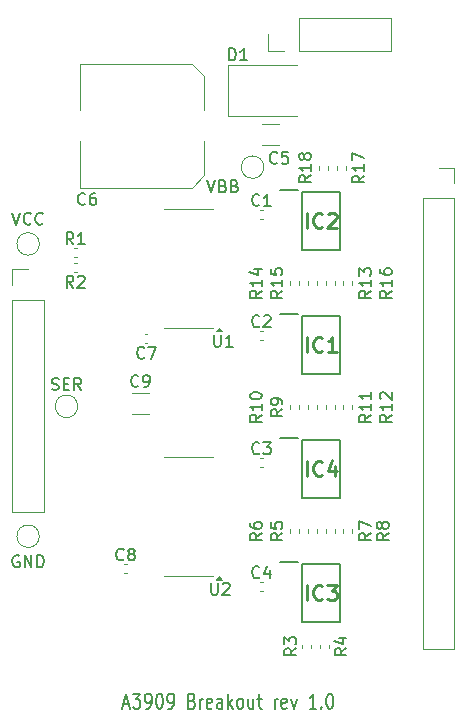
<source format=gto>
%TF.GenerationSoftware,KiCad,Pcbnew,9.0.6*%
%TF.CreationDate,2025-12-21T17:34:40-08:00*%
%TF.ProjectId,A3909 Prototyping,41333930-3920-4507-926f-746f74797069,rev?*%
%TF.SameCoordinates,Original*%
%TF.FileFunction,Legend,Top*%
%TF.FilePolarity,Positive*%
%FSLAX46Y46*%
G04 Gerber Fmt 4.6, Leading zero omitted, Abs format (unit mm)*
G04 Created by KiCad (PCBNEW 9.0.6) date 2025-12-21 17:34:40*
%MOMM*%
%LPD*%
G01*
G04 APERTURE LIST*
%ADD10C,0.200000*%
%ADD11C,0.150000*%
%ADD12C,0.254000*%
%ADD13C,0.120000*%
G04 APERTURE END LIST*
D10*
X43666667Y-35117219D02*
X44000000Y-36117219D01*
X44000000Y-36117219D02*
X44333333Y-35117219D01*
X45000000Y-35593409D02*
X45142857Y-35641028D01*
X45142857Y-35641028D02*
X45190476Y-35688647D01*
X45190476Y-35688647D02*
X45238095Y-35783885D01*
X45238095Y-35783885D02*
X45238095Y-35926742D01*
X45238095Y-35926742D02*
X45190476Y-36021980D01*
X45190476Y-36021980D02*
X45142857Y-36069600D01*
X45142857Y-36069600D02*
X45047619Y-36117219D01*
X45047619Y-36117219D02*
X44666667Y-36117219D01*
X44666667Y-36117219D02*
X44666667Y-35117219D01*
X44666667Y-35117219D02*
X45000000Y-35117219D01*
X45000000Y-35117219D02*
X45095238Y-35164838D01*
X45095238Y-35164838D02*
X45142857Y-35212457D01*
X45142857Y-35212457D02*
X45190476Y-35307695D01*
X45190476Y-35307695D02*
X45190476Y-35402933D01*
X45190476Y-35402933D02*
X45142857Y-35498171D01*
X45142857Y-35498171D02*
X45095238Y-35545790D01*
X45095238Y-35545790D02*
X45000000Y-35593409D01*
X45000000Y-35593409D02*
X44666667Y-35593409D01*
X46000000Y-35593409D02*
X46142857Y-35641028D01*
X46142857Y-35641028D02*
X46190476Y-35688647D01*
X46190476Y-35688647D02*
X46238095Y-35783885D01*
X46238095Y-35783885D02*
X46238095Y-35926742D01*
X46238095Y-35926742D02*
X46190476Y-36021980D01*
X46190476Y-36021980D02*
X46142857Y-36069600D01*
X46142857Y-36069600D02*
X46047619Y-36117219D01*
X46047619Y-36117219D02*
X45666667Y-36117219D01*
X45666667Y-36117219D02*
X45666667Y-35117219D01*
X45666667Y-35117219D02*
X46000000Y-35117219D01*
X46000000Y-35117219D02*
X46095238Y-35164838D01*
X46095238Y-35164838D02*
X46142857Y-35212457D01*
X46142857Y-35212457D02*
X46190476Y-35307695D01*
X46190476Y-35307695D02*
X46190476Y-35402933D01*
X46190476Y-35402933D02*
X46142857Y-35498171D01*
X46142857Y-35498171D02*
X46095238Y-35545790D01*
X46095238Y-35545790D02*
X46000000Y-35593409D01*
X46000000Y-35593409D02*
X45666667Y-35593409D01*
X27738095Y-66914838D02*
X27642857Y-66867219D01*
X27642857Y-66867219D02*
X27500000Y-66867219D01*
X27500000Y-66867219D02*
X27357143Y-66914838D01*
X27357143Y-66914838D02*
X27261905Y-67010076D01*
X27261905Y-67010076D02*
X27214286Y-67105314D01*
X27214286Y-67105314D02*
X27166667Y-67295790D01*
X27166667Y-67295790D02*
X27166667Y-67438647D01*
X27166667Y-67438647D02*
X27214286Y-67629123D01*
X27214286Y-67629123D02*
X27261905Y-67724361D01*
X27261905Y-67724361D02*
X27357143Y-67819600D01*
X27357143Y-67819600D02*
X27500000Y-67867219D01*
X27500000Y-67867219D02*
X27595238Y-67867219D01*
X27595238Y-67867219D02*
X27738095Y-67819600D01*
X27738095Y-67819600D02*
X27785714Y-67771980D01*
X27785714Y-67771980D02*
X27785714Y-67438647D01*
X27785714Y-67438647D02*
X27595238Y-67438647D01*
X28214286Y-67867219D02*
X28214286Y-66867219D01*
X28214286Y-66867219D02*
X28785714Y-67867219D01*
X28785714Y-67867219D02*
X28785714Y-66867219D01*
X29261905Y-67867219D02*
X29261905Y-66867219D01*
X29261905Y-66867219D02*
X29500000Y-66867219D01*
X29500000Y-66867219D02*
X29642857Y-66914838D01*
X29642857Y-66914838D02*
X29738095Y-67010076D01*
X29738095Y-67010076D02*
X29785714Y-67105314D01*
X29785714Y-67105314D02*
X29833333Y-67295790D01*
X29833333Y-67295790D02*
X29833333Y-67438647D01*
X29833333Y-67438647D02*
X29785714Y-67629123D01*
X29785714Y-67629123D02*
X29738095Y-67724361D01*
X29738095Y-67724361D02*
X29642857Y-67819600D01*
X29642857Y-67819600D02*
X29500000Y-67867219D01*
X29500000Y-67867219D02*
X29261905Y-67867219D01*
X30511905Y-52819600D02*
X30654762Y-52867219D01*
X30654762Y-52867219D02*
X30892857Y-52867219D01*
X30892857Y-52867219D02*
X30988095Y-52819600D01*
X30988095Y-52819600D02*
X31035714Y-52771980D01*
X31035714Y-52771980D02*
X31083333Y-52676742D01*
X31083333Y-52676742D02*
X31083333Y-52581504D01*
X31083333Y-52581504D02*
X31035714Y-52486266D01*
X31035714Y-52486266D02*
X30988095Y-52438647D01*
X30988095Y-52438647D02*
X30892857Y-52391028D01*
X30892857Y-52391028D02*
X30702381Y-52343409D01*
X30702381Y-52343409D02*
X30607143Y-52295790D01*
X30607143Y-52295790D02*
X30559524Y-52248171D01*
X30559524Y-52248171D02*
X30511905Y-52152933D01*
X30511905Y-52152933D02*
X30511905Y-52057695D01*
X30511905Y-52057695D02*
X30559524Y-51962457D01*
X30559524Y-51962457D02*
X30607143Y-51914838D01*
X30607143Y-51914838D02*
X30702381Y-51867219D01*
X30702381Y-51867219D02*
X30940476Y-51867219D01*
X30940476Y-51867219D02*
X31083333Y-51914838D01*
X31511905Y-52343409D02*
X31845238Y-52343409D01*
X31988095Y-52867219D02*
X31511905Y-52867219D01*
X31511905Y-52867219D02*
X31511905Y-51867219D01*
X31511905Y-51867219D02*
X31988095Y-51867219D01*
X32988095Y-52867219D02*
X32654762Y-52391028D01*
X32416667Y-52867219D02*
X32416667Y-51867219D01*
X32416667Y-51867219D02*
X32797619Y-51867219D01*
X32797619Y-51867219D02*
X32892857Y-51914838D01*
X32892857Y-51914838D02*
X32940476Y-51962457D01*
X32940476Y-51962457D02*
X32988095Y-52057695D01*
X32988095Y-52057695D02*
X32988095Y-52200552D01*
X32988095Y-52200552D02*
X32940476Y-52295790D01*
X32940476Y-52295790D02*
X32892857Y-52343409D01*
X32892857Y-52343409D02*
X32797619Y-52391028D01*
X32797619Y-52391028D02*
X32416667Y-52391028D01*
X27166667Y-37867219D02*
X27500000Y-38867219D01*
X27500000Y-38867219D02*
X27833333Y-37867219D01*
X28738095Y-38771980D02*
X28690476Y-38819600D01*
X28690476Y-38819600D02*
X28547619Y-38867219D01*
X28547619Y-38867219D02*
X28452381Y-38867219D01*
X28452381Y-38867219D02*
X28309524Y-38819600D01*
X28309524Y-38819600D02*
X28214286Y-38724361D01*
X28214286Y-38724361D02*
X28166667Y-38629123D01*
X28166667Y-38629123D02*
X28119048Y-38438647D01*
X28119048Y-38438647D02*
X28119048Y-38295790D01*
X28119048Y-38295790D02*
X28166667Y-38105314D01*
X28166667Y-38105314D02*
X28214286Y-38010076D01*
X28214286Y-38010076D02*
X28309524Y-37914838D01*
X28309524Y-37914838D02*
X28452381Y-37867219D01*
X28452381Y-37867219D02*
X28547619Y-37867219D01*
X28547619Y-37867219D02*
X28690476Y-37914838D01*
X28690476Y-37914838D02*
X28738095Y-37962457D01*
X29738095Y-38771980D02*
X29690476Y-38819600D01*
X29690476Y-38819600D02*
X29547619Y-38867219D01*
X29547619Y-38867219D02*
X29452381Y-38867219D01*
X29452381Y-38867219D02*
X29309524Y-38819600D01*
X29309524Y-38819600D02*
X29214286Y-38724361D01*
X29214286Y-38724361D02*
X29166667Y-38629123D01*
X29166667Y-38629123D02*
X29119048Y-38438647D01*
X29119048Y-38438647D02*
X29119048Y-38295790D01*
X29119048Y-38295790D02*
X29166667Y-38105314D01*
X29166667Y-38105314D02*
X29214286Y-38010076D01*
X29214286Y-38010076D02*
X29309524Y-37914838D01*
X29309524Y-37914838D02*
X29452381Y-37867219D01*
X29452381Y-37867219D02*
X29547619Y-37867219D01*
X29547619Y-37867219D02*
X29690476Y-37914838D01*
X29690476Y-37914838D02*
X29738095Y-37962457D01*
X36572054Y-79479480D02*
X37048244Y-79479480D01*
X36476816Y-79836623D02*
X36810149Y-78586623D01*
X36810149Y-78586623D02*
X37143482Y-79836623D01*
X37381578Y-78586623D02*
X38000625Y-78586623D01*
X38000625Y-78586623D02*
X37667292Y-79062814D01*
X37667292Y-79062814D02*
X37810149Y-79062814D01*
X37810149Y-79062814D02*
X37905387Y-79122338D01*
X37905387Y-79122338D02*
X37953006Y-79181861D01*
X37953006Y-79181861D02*
X38000625Y-79300909D01*
X38000625Y-79300909D02*
X38000625Y-79598528D01*
X38000625Y-79598528D02*
X37953006Y-79717576D01*
X37953006Y-79717576D02*
X37905387Y-79777100D01*
X37905387Y-79777100D02*
X37810149Y-79836623D01*
X37810149Y-79836623D02*
X37524435Y-79836623D01*
X37524435Y-79836623D02*
X37429197Y-79777100D01*
X37429197Y-79777100D02*
X37381578Y-79717576D01*
X38476816Y-79836623D02*
X38667292Y-79836623D01*
X38667292Y-79836623D02*
X38762530Y-79777100D01*
X38762530Y-79777100D02*
X38810149Y-79717576D01*
X38810149Y-79717576D02*
X38905387Y-79539004D01*
X38905387Y-79539004D02*
X38953006Y-79300909D01*
X38953006Y-79300909D02*
X38953006Y-78824719D01*
X38953006Y-78824719D02*
X38905387Y-78705671D01*
X38905387Y-78705671D02*
X38857768Y-78646147D01*
X38857768Y-78646147D02*
X38762530Y-78586623D01*
X38762530Y-78586623D02*
X38572054Y-78586623D01*
X38572054Y-78586623D02*
X38476816Y-78646147D01*
X38476816Y-78646147D02*
X38429197Y-78705671D01*
X38429197Y-78705671D02*
X38381578Y-78824719D01*
X38381578Y-78824719D02*
X38381578Y-79122338D01*
X38381578Y-79122338D02*
X38429197Y-79241385D01*
X38429197Y-79241385D02*
X38476816Y-79300909D01*
X38476816Y-79300909D02*
X38572054Y-79360433D01*
X38572054Y-79360433D02*
X38762530Y-79360433D01*
X38762530Y-79360433D02*
X38857768Y-79300909D01*
X38857768Y-79300909D02*
X38905387Y-79241385D01*
X38905387Y-79241385D02*
X38953006Y-79122338D01*
X39572054Y-78586623D02*
X39667292Y-78586623D01*
X39667292Y-78586623D02*
X39762530Y-78646147D01*
X39762530Y-78646147D02*
X39810149Y-78705671D01*
X39810149Y-78705671D02*
X39857768Y-78824719D01*
X39857768Y-78824719D02*
X39905387Y-79062814D01*
X39905387Y-79062814D02*
X39905387Y-79360433D01*
X39905387Y-79360433D02*
X39857768Y-79598528D01*
X39857768Y-79598528D02*
X39810149Y-79717576D01*
X39810149Y-79717576D02*
X39762530Y-79777100D01*
X39762530Y-79777100D02*
X39667292Y-79836623D01*
X39667292Y-79836623D02*
X39572054Y-79836623D01*
X39572054Y-79836623D02*
X39476816Y-79777100D01*
X39476816Y-79777100D02*
X39429197Y-79717576D01*
X39429197Y-79717576D02*
X39381578Y-79598528D01*
X39381578Y-79598528D02*
X39333959Y-79360433D01*
X39333959Y-79360433D02*
X39333959Y-79062814D01*
X39333959Y-79062814D02*
X39381578Y-78824719D01*
X39381578Y-78824719D02*
X39429197Y-78705671D01*
X39429197Y-78705671D02*
X39476816Y-78646147D01*
X39476816Y-78646147D02*
X39572054Y-78586623D01*
X40381578Y-79836623D02*
X40572054Y-79836623D01*
X40572054Y-79836623D02*
X40667292Y-79777100D01*
X40667292Y-79777100D02*
X40714911Y-79717576D01*
X40714911Y-79717576D02*
X40810149Y-79539004D01*
X40810149Y-79539004D02*
X40857768Y-79300909D01*
X40857768Y-79300909D02*
X40857768Y-78824719D01*
X40857768Y-78824719D02*
X40810149Y-78705671D01*
X40810149Y-78705671D02*
X40762530Y-78646147D01*
X40762530Y-78646147D02*
X40667292Y-78586623D01*
X40667292Y-78586623D02*
X40476816Y-78586623D01*
X40476816Y-78586623D02*
X40381578Y-78646147D01*
X40381578Y-78646147D02*
X40333959Y-78705671D01*
X40333959Y-78705671D02*
X40286340Y-78824719D01*
X40286340Y-78824719D02*
X40286340Y-79122338D01*
X40286340Y-79122338D02*
X40333959Y-79241385D01*
X40333959Y-79241385D02*
X40381578Y-79300909D01*
X40381578Y-79300909D02*
X40476816Y-79360433D01*
X40476816Y-79360433D02*
X40667292Y-79360433D01*
X40667292Y-79360433D02*
X40762530Y-79300909D01*
X40762530Y-79300909D02*
X40810149Y-79241385D01*
X40810149Y-79241385D02*
X40857768Y-79122338D01*
X42381578Y-79181861D02*
X42524435Y-79241385D01*
X42524435Y-79241385D02*
X42572054Y-79300909D01*
X42572054Y-79300909D02*
X42619673Y-79419957D01*
X42619673Y-79419957D02*
X42619673Y-79598528D01*
X42619673Y-79598528D02*
X42572054Y-79717576D01*
X42572054Y-79717576D02*
X42524435Y-79777100D01*
X42524435Y-79777100D02*
X42429197Y-79836623D01*
X42429197Y-79836623D02*
X42048245Y-79836623D01*
X42048245Y-79836623D02*
X42048245Y-78586623D01*
X42048245Y-78586623D02*
X42381578Y-78586623D01*
X42381578Y-78586623D02*
X42476816Y-78646147D01*
X42476816Y-78646147D02*
X42524435Y-78705671D01*
X42524435Y-78705671D02*
X42572054Y-78824719D01*
X42572054Y-78824719D02*
X42572054Y-78943766D01*
X42572054Y-78943766D02*
X42524435Y-79062814D01*
X42524435Y-79062814D02*
X42476816Y-79122338D01*
X42476816Y-79122338D02*
X42381578Y-79181861D01*
X42381578Y-79181861D02*
X42048245Y-79181861D01*
X43048245Y-79836623D02*
X43048245Y-79003290D01*
X43048245Y-79241385D02*
X43095864Y-79122338D01*
X43095864Y-79122338D02*
X43143483Y-79062814D01*
X43143483Y-79062814D02*
X43238721Y-79003290D01*
X43238721Y-79003290D02*
X43333959Y-79003290D01*
X44048245Y-79777100D02*
X43953007Y-79836623D01*
X43953007Y-79836623D02*
X43762531Y-79836623D01*
X43762531Y-79836623D02*
X43667293Y-79777100D01*
X43667293Y-79777100D02*
X43619674Y-79658052D01*
X43619674Y-79658052D02*
X43619674Y-79181861D01*
X43619674Y-79181861D02*
X43667293Y-79062814D01*
X43667293Y-79062814D02*
X43762531Y-79003290D01*
X43762531Y-79003290D02*
X43953007Y-79003290D01*
X43953007Y-79003290D02*
X44048245Y-79062814D01*
X44048245Y-79062814D02*
X44095864Y-79181861D01*
X44095864Y-79181861D02*
X44095864Y-79300909D01*
X44095864Y-79300909D02*
X43619674Y-79419957D01*
X44953007Y-79836623D02*
X44953007Y-79181861D01*
X44953007Y-79181861D02*
X44905388Y-79062814D01*
X44905388Y-79062814D02*
X44810150Y-79003290D01*
X44810150Y-79003290D02*
X44619674Y-79003290D01*
X44619674Y-79003290D02*
X44524436Y-79062814D01*
X44953007Y-79777100D02*
X44857769Y-79836623D01*
X44857769Y-79836623D02*
X44619674Y-79836623D01*
X44619674Y-79836623D02*
X44524436Y-79777100D01*
X44524436Y-79777100D02*
X44476817Y-79658052D01*
X44476817Y-79658052D02*
X44476817Y-79539004D01*
X44476817Y-79539004D02*
X44524436Y-79419957D01*
X44524436Y-79419957D02*
X44619674Y-79360433D01*
X44619674Y-79360433D02*
X44857769Y-79360433D01*
X44857769Y-79360433D02*
X44953007Y-79300909D01*
X45429198Y-79836623D02*
X45429198Y-78586623D01*
X45524436Y-79360433D02*
X45810150Y-79836623D01*
X45810150Y-79003290D02*
X45429198Y-79479480D01*
X46381579Y-79836623D02*
X46286341Y-79777100D01*
X46286341Y-79777100D02*
X46238722Y-79717576D01*
X46238722Y-79717576D02*
X46191103Y-79598528D01*
X46191103Y-79598528D02*
X46191103Y-79241385D01*
X46191103Y-79241385D02*
X46238722Y-79122338D01*
X46238722Y-79122338D02*
X46286341Y-79062814D01*
X46286341Y-79062814D02*
X46381579Y-79003290D01*
X46381579Y-79003290D02*
X46524436Y-79003290D01*
X46524436Y-79003290D02*
X46619674Y-79062814D01*
X46619674Y-79062814D02*
X46667293Y-79122338D01*
X46667293Y-79122338D02*
X46714912Y-79241385D01*
X46714912Y-79241385D02*
X46714912Y-79598528D01*
X46714912Y-79598528D02*
X46667293Y-79717576D01*
X46667293Y-79717576D02*
X46619674Y-79777100D01*
X46619674Y-79777100D02*
X46524436Y-79836623D01*
X46524436Y-79836623D02*
X46381579Y-79836623D01*
X47572055Y-79003290D02*
X47572055Y-79836623D01*
X47143484Y-79003290D02*
X47143484Y-79658052D01*
X47143484Y-79658052D02*
X47191103Y-79777100D01*
X47191103Y-79777100D02*
X47286341Y-79836623D01*
X47286341Y-79836623D02*
X47429198Y-79836623D01*
X47429198Y-79836623D02*
X47524436Y-79777100D01*
X47524436Y-79777100D02*
X47572055Y-79717576D01*
X47905389Y-79003290D02*
X48286341Y-79003290D01*
X48048246Y-78586623D02*
X48048246Y-79658052D01*
X48048246Y-79658052D02*
X48095865Y-79777100D01*
X48095865Y-79777100D02*
X48191103Y-79836623D01*
X48191103Y-79836623D02*
X48286341Y-79836623D01*
X49381580Y-79836623D02*
X49381580Y-79003290D01*
X49381580Y-79241385D02*
X49429199Y-79122338D01*
X49429199Y-79122338D02*
X49476818Y-79062814D01*
X49476818Y-79062814D02*
X49572056Y-79003290D01*
X49572056Y-79003290D02*
X49667294Y-79003290D01*
X50381580Y-79777100D02*
X50286342Y-79836623D01*
X50286342Y-79836623D02*
X50095866Y-79836623D01*
X50095866Y-79836623D02*
X50000628Y-79777100D01*
X50000628Y-79777100D02*
X49953009Y-79658052D01*
X49953009Y-79658052D02*
X49953009Y-79181861D01*
X49953009Y-79181861D02*
X50000628Y-79062814D01*
X50000628Y-79062814D02*
X50095866Y-79003290D01*
X50095866Y-79003290D02*
X50286342Y-79003290D01*
X50286342Y-79003290D02*
X50381580Y-79062814D01*
X50381580Y-79062814D02*
X50429199Y-79181861D01*
X50429199Y-79181861D02*
X50429199Y-79300909D01*
X50429199Y-79300909D02*
X49953009Y-79419957D01*
X50762533Y-79003290D02*
X51000628Y-79836623D01*
X51000628Y-79836623D02*
X51238723Y-79003290D01*
X52905390Y-79836623D02*
X52333962Y-79836623D01*
X52619676Y-79836623D02*
X52619676Y-78586623D01*
X52619676Y-78586623D02*
X52524438Y-78765195D01*
X52524438Y-78765195D02*
X52429200Y-78884242D01*
X52429200Y-78884242D02*
X52333962Y-78943766D01*
X53333962Y-79717576D02*
X53381581Y-79777100D01*
X53381581Y-79777100D02*
X53333962Y-79836623D01*
X53333962Y-79836623D02*
X53286343Y-79777100D01*
X53286343Y-79777100D02*
X53333962Y-79717576D01*
X53333962Y-79717576D02*
X53333962Y-79836623D01*
X54000628Y-78586623D02*
X54095866Y-78586623D01*
X54095866Y-78586623D02*
X54191104Y-78646147D01*
X54191104Y-78646147D02*
X54238723Y-78705671D01*
X54238723Y-78705671D02*
X54286342Y-78824719D01*
X54286342Y-78824719D02*
X54333961Y-79062814D01*
X54333961Y-79062814D02*
X54333961Y-79360433D01*
X54333961Y-79360433D02*
X54286342Y-79598528D01*
X54286342Y-79598528D02*
X54238723Y-79717576D01*
X54238723Y-79717576D02*
X54191104Y-79777100D01*
X54191104Y-79777100D02*
X54095866Y-79836623D01*
X54095866Y-79836623D02*
X54000628Y-79836623D01*
X54000628Y-79836623D02*
X53905390Y-79777100D01*
X53905390Y-79777100D02*
X53857771Y-79717576D01*
X53857771Y-79717576D02*
X53810152Y-79598528D01*
X53810152Y-79598528D02*
X53762533Y-79360433D01*
X53762533Y-79360433D02*
X53762533Y-79062814D01*
X53762533Y-79062814D02*
X53810152Y-78824719D01*
X53810152Y-78824719D02*
X53857771Y-78705671D01*
X53857771Y-78705671D02*
X53905390Y-78646147D01*
X53905390Y-78646147D02*
X54000628Y-78586623D01*
D11*
X48083333Y-37199580D02*
X48035714Y-37247200D01*
X48035714Y-37247200D02*
X47892857Y-37294819D01*
X47892857Y-37294819D02*
X47797619Y-37294819D01*
X47797619Y-37294819D02*
X47654762Y-37247200D01*
X47654762Y-37247200D02*
X47559524Y-37151961D01*
X47559524Y-37151961D02*
X47511905Y-37056723D01*
X47511905Y-37056723D02*
X47464286Y-36866247D01*
X47464286Y-36866247D02*
X47464286Y-36723390D01*
X47464286Y-36723390D02*
X47511905Y-36532914D01*
X47511905Y-36532914D02*
X47559524Y-36437676D01*
X47559524Y-36437676D02*
X47654762Y-36342438D01*
X47654762Y-36342438D02*
X47797619Y-36294819D01*
X47797619Y-36294819D02*
X47892857Y-36294819D01*
X47892857Y-36294819D02*
X48035714Y-36342438D01*
X48035714Y-36342438D02*
X48083333Y-36390057D01*
X49035714Y-37294819D02*
X48464286Y-37294819D01*
X48750000Y-37294819D02*
X48750000Y-36294819D01*
X48750000Y-36294819D02*
X48654762Y-36437676D01*
X48654762Y-36437676D02*
X48559524Y-36532914D01*
X48559524Y-36532914D02*
X48464286Y-36580533D01*
X48083333Y-47449580D02*
X48035714Y-47497200D01*
X48035714Y-47497200D02*
X47892857Y-47544819D01*
X47892857Y-47544819D02*
X47797619Y-47544819D01*
X47797619Y-47544819D02*
X47654762Y-47497200D01*
X47654762Y-47497200D02*
X47559524Y-47401961D01*
X47559524Y-47401961D02*
X47511905Y-47306723D01*
X47511905Y-47306723D02*
X47464286Y-47116247D01*
X47464286Y-47116247D02*
X47464286Y-46973390D01*
X47464286Y-46973390D02*
X47511905Y-46782914D01*
X47511905Y-46782914D02*
X47559524Y-46687676D01*
X47559524Y-46687676D02*
X47654762Y-46592438D01*
X47654762Y-46592438D02*
X47797619Y-46544819D01*
X47797619Y-46544819D02*
X47892857Y-46544819D01*
X47892857Y-46544819D02*
X48035714Y-46592438D01*
X48035714Y-46592438D02*
X48083333Y-46640057D01*
X48464286Y-46640057D02*
X48511905Y-46592438D01*
X48511905Y-46592438D02*
X48607143Y-46544819D01*
X48607143Y-46544819D02*
X48845238Y-46544819D01*
X48845238Y-46544819D02*
X48940476Y-46592438D01*
X48940476Y-46592438D02*
X48988095Y-46640057D01*
X48988095Y-46640057D02*
X49035714Y-46735295D01*
X49035714Y-46735295D02*
X49035714Y-46830533D01*
X49035714Y-46830533D02*
X48988095Y-46973390D01*
X48988095Y-46973390D02*
X48416667Y-47544819D01*
X48416667Y-47544819D02*
X49035714Y-47544819D01*
X48083333Y-58199580D02*
X48035714Y-58247200D01*
X48035714Y-58247200D02*
X47892857Y-58294819D01*
X47892857Y-58294819D02*
X47797619Y-58294819D01*
X47797619Y-58294819D02*
X47654762Y-58247200D01*
X47654762Y-58247200D02*
X47559524Y-58151961D01*
X47559524Y-58151961D02*
X47511905Y-58056723D01*
X47511905Y-58056723D02*
X47464286Y-57866247D01*
X47464286Y-57866247D02*
X47464286Y-57723390D01*
X47464286Y-57723390D02*
X47511905Y-57532914D01*
X47511905Y-57532914D02*
X47559524Y-57437676D01*
X47559524Y-57437676D02*
X47654762Y-57342438D01*
X47654762Y-57342438D02*
X47797619Y-57294819D01*
X47797619Y-57294819D02*
X47892857Y-57294819D01*
X47892857Y-57294819D02*
X48035714Y-57342438D01*
X48035714Y-57342438D02*
X48083333Y-57390057D01*
X48416667Y-57294819D02*
X49035714Y-57294819D01*
X49035714Y-57294819D02*
X48702381Y-57675771D01*
X48702381Y-57675771D02*
X48845238Y-57675771D01*
X48845238Y-57675771D02*
X48940476Y-57723390D01*
X48940476Y-57723390D02*
X48988095Y-57771009D01*
X48988095Y-57771009D02*
X49035714Y-57866247D01*
X49035714Y-57866247D02*
X49035714Y-58104342D01*
X49035714Y-58104342D02*
X48988095Y-58199580D01*
X48988095Y-58199580D02*
X48940476Y-58247200D01*
X48940476Y-58247200D02*
X48845238Y-58294819D01*
X48845238Y-58294819D02*
X48559524Y-58294819D01*
X48559524Y-58294819D02*
X48464286Y-58247200D01*
X48464286Y-58247200D02*
X48416667Y-58199580D01*
X48083333Y-68699580D02*
X48035714Y-68747200D01*
X48035714Y-68747200D02*
X47892857Y-68794819D01*
X47892857Y-68794819D02*
X47797619Y-68794819D01*
X47797619Y-68794819D02*
X47654762Y-68747200D01*
X47654762Y-68747200D02*
X47559524Y-68651961D01*
X47559524Y-68651961D02*
X47511905Y-68556723D01*
X47511905Y-68556723D02*
X47464286Y-68366247D01*
X47464286Y-68366247D02*
X47464286Y-68223390D01*
X47464286Y-68223390D02*
X47511905Y-68032914D01*
X47511905Y-68032914D02*
X47559524Y-67937676D01*
X47559524Y-67937676D02*
X47654762Y-67842438D01*
X47654762Y-67842438D02*
X47797619Y-67794819D01*
X47797619Y-67794819D02*
X47892857Y-67794819D01*
X47892857Y-67794819D02*
X48035714Y-67842438D01*
X48035714Y-67842438D02*
X48083333Y-67890057D01*
X48940476Y-68128152D02*
X48940476Y-68794819D01*
X48702381Y-67747200D02*
X48464286Y-68461485D01*
X48464286Y-68461485D02*
X49083333Y-68461485D01*
X49583333Y-33609580D02*
X49535714Y-33657200D01*
X49535714Y-33657200D02*
X49392857Y-33704819D01*
X49392857Y-33704819D02*
X49297619Y-33704819D01*
X49297619Y-33704819D02*
X49154762Y-33657200D01*
X49154762Y-33657200D02*
X49059524Y-33561961D01*
X49059524Y-33561961D02*
X49011905Y-33466723D01*
X49011905Y-33466723D02*
X48964286Y-33276247D01*
X48964286Y-33276247D02*
X48964286Y-33133390D01*
X48964286Y-33133390D02*
X49011905Y-32942914D01*
X49011905Y-32942914D02*
X49059524Y-32847676D01*
X49059524Y-32847676D02*
X49154762Y-32752438D01*
X49154762Y-32752438D02*
X49297619Y-32704819D01*
X49297619Y-32704819D02*
X49392857Y-32704819D01*
X49392857Y-32704819D02*
X49535714Y-32752438D01*
X49535714Y-32752438D02*
X49583333Y-32800057D01*
X50488095Y-32704819D02*
X50011905Y-32704819D01*
X50011905Y-32704819D02*
X49964286Y-33181009D01*
X49964286Y-33181009D02*
X50011905Y-33133390D01*
X50011905Y-33133390D02*
X50107143Y-33085771D01*
X50107143Y-33085771D02*
X50345238Y-33085771D01*
X50345238Y-33085771D02*
X50440476Y-33133390D01*
X50440476Y-33133390D02*
X50488095Y-33181009D01*
X50488095Y-33181009D02*
X50535714Y-33276247D01*
X50535714Y-33276247D02*
X50535714Y-33514342D01*
X50535714Y-33514342D02*
X50488095Y-33609580D01*
X50488095Y-33609580D02*
X50440476Y-33657200D01*
X50440476Y-33657200D02*
X50345238Y-33704819D01*
X50345238Y-33704819D02*
X50107143Y-33704819D01*
X50107143Y-33704819D02*
X50011905Y-33657200D01*
X50011905Y-33657200D02*
X49964286Y-33609580D01*
X33333333Y-37109580D02*
X33285714Y-37157200D01*
X33285714Y-37157200D02*
X33142857Y-37204819D01*
X33142857Y-37204819D02*
X33047619Y-37204819D01*
X33047619Y-37204819D02*
X32904762Y-37157200D01*
X32904762Y-37157200D02*
X32809524Y-37061961D01*
X32809524Y-37061961D02*
X32761905Y-36966723D01*
X32761905Y-36966723D02*
X32714286Y-36776247D01*
X32714286Y-36776247D02*
X32714286Y-36633390D01*
X32714286Y-36633390D02*
X32761905Y-36442914D01*
X32761905Y-36442914D02*
X32809524Y-36347676D01*
X32809524Y-36347676D02*
X32904762Y-36252438D01*
X32904762Y-36252438D02*
X33047619Y-36204819D01*
X33047619Y-36204819D02*
X33142857Y-36204819D01*
X33142857Y-36204819D02*
X33285714Y-36252438D01*
X33285714Y-36252438D02*
X33333333Y-36300057D01*
X34190476Y-36204819D02*
X34000000Y-36204819D01*
X34000000Y-36204819D02*
X33904762Y-36252438D01*
X33904762Y-36252438D02*
X33857143Y-36300057D01*
X33857143Y-36300057D02*
X33761905Y-36442914D01*
X33761905Y-36442914D02*
X33714286Y-36633390D01*
X33714286Y-36633390D02*
X33714286Y-37014342D01*
X33714286Y-37014342D02*
X33761905Y-37109580D01*
X33761905Y-37109580D02*
X33809524Y-37157200D01*
X33809524Y-37157200D02*
X33904762Y-37204819D01*
X33904762Y-37204819D02*
X34095238Y-37204819D01*
X34095238Y-37204819D02*
X34190476Y-37157200D01*
X34190476Y-37157200D02*
X34238095Y-37109580D01*
X34238095Y-37109580D02*
X34285714Y-37014342D01*
X34285714Y-37014342D02*
X34285714Y-36776247D01*
X34285714Y-36776247D02*
X34238095Y-36681009D01*
X34238095Y-36681009D02*
X34190476Y-36633390D01*
X34190476Y-36633390D02*
X34095238Y-36585771D01*
X34095238Y-36585771D02*
X33904762Y-36585771D01*
X33904762Y-36585771D02*
X33809524Y-36633390D01*
X33809524Y-36633390D02*
X33761905Y-36681009D01*
X33761905Y-36681009D02*
X33714286Y-36776247D01*
X38333333Y-50109580D02*
X38285714Y-50157200D01*
X38285714Y-50157200D02*
X38142857Y-50204819D01*
X38142857Y-50204819D02*
X38047619Y-50204819D01*
X38047619Y-50204819D02*
X37904762Y-50157200D01*
X37904762Y-50157200D02*
X37809524Y-50061961D01*
X37809524Y-50061961D02*
X37761905Y-49966723D01*
X37761905Y-49966723D02*
X37714286Y-49776247D01*
X37714286Y-49776247D02*
X37714286Y-49633390D01*
X37714286Y-49633390D02*
X37761905Y-49442914D01*
X37761905Y-49442914D02*
X37809524Y-49347676D01*
X37809524Y-49347676D02*
X37904762Y-49252438D01*
X37904762Y-49252438D02*
X38047619Y-49204819D01*
X38047619Y-49204819D02*
X38142857Y-49204819D01*
X38142857Y-49204819D02*
X38285714Y-49252438D01*
X38285714Y-49252438D02*
X38333333Y-49300057D01*
X38666667Y-49204819D02*
X39333333Y-49204819D01*
X39333333Y-49204819D02*
X38904762Y-50204819D01*
X36583333Y-67199580D02*
X36535714Y-67247200D01*
X36535714Y-67247200D02*
X36392857Y-67294819D01*
X36392857Y-67294819D02*
X36297619Y-67294819D01*
X36297619Y-67294819D02*
X36154762Y-67247200D01*
X36154762Y-67247200D02*
X36059524Y-67151961D01*
X36059524Y-67151961D02*
X36011905Y-67056723D01*
X36011905Y-67056723D02*
X35964286Y-66866247D01*
X35964286Y-66866247D02*
X35964286Y-66723390D01*
X35964286Y-66723390D02*
X36011905Y-66532914D01*
X36011905Y-66532914D02*
X36059524Y-66437676D01*
X36059524Y-66437676D02*
X36154762Y-66342438D01*
X36154762Y-66342438D02*
X36297619Y-66294819D01*
X36297619Y-66294819D02*
X36392857Y-66294819D01*
X36392857Y-66294819D02*
X36535714Y-66342438D01*
X36535714Y-66342438D02*
X36583333Y-66390057D01*
X37154762Y-66723390D02*
X37059524Y-66675771D01*
X37059524Y-66675771D02*
X37011905Y-66628152D01*
X37011905Y-66628152D02*
X36964286Y-66532914D01*
X36964286Y-66532914D02*
X36964286Y-66485295D01*
X36964286Y-66485295D02*
X37011905Y-66390057D01*
X37011905Y-66390057D02*
X37059524Y-66342438D01*
X37059524Y-66342438D02*
X37154762Y-66294819D01*
X37154762Y-66294819D02*
X37345238Y-66294819D01*
X37345238Y-66294819D02*
X37440476Y-66342438D01*
X37440476Y-66342438D02*
X37488095Y-66390057D01*
X37488095Y-66390057D02*
X37535714Y-66485295D01*
X37535714Y-66485295D02*
X37535714Y-66532914D01*
X37535714Y-66532914D02*
X37488095Y-66628152D01*
X37488095Y-66628152D02*
X37440476Y-66675771D01*
X37440476Y-66675771D02*
X37345238Y-66723390D01*
X37345238Y-66723390D02*
X37154762Y-66723390D01*
X37154762Y-66723390D02*
X37059524Y-66771009D01*
X37059524Y-66771009D02*
X37011905Y-66818628D01*
X37011905Y-66818628D02*
X36964286Y-66913866D01*
X36964286Y-66913866D02*
X36964286Y-67104342D01*
X36964286Y-67104342D02*
X37011905Y-67199580D01*
X37011905Y-67199580D02*
X37059524Y-67247200D01*
X37059524Y-67247200D02*
X37154762Y-67294819D01*
X37154762Y-67294819D02*
X37345238Y-67294819D01*
X37345238Y-67294819D02*
X37440476Y-67247200D01*
X37440476Y-67247200D02*
X37488095Y-67199580D01*
X37488095Y-67199580D02*
X37535714Y-67104342D01*
X37535714Y-67104342D02*
X37535714Y-66913866D01*
X37535714Y-66913866D02*
X37488095Y-66818628D01*
X37488095Y-66818628D02*
X37440476Y-66771009D01*
X37440476Y-66771009D02*
X37345238Y-66723390D01*
X37833333Y-52509580D02*
X37785714Y-52557200D01*
X37785714Y-52557200D02*
X37642857Y-52604819D01*
X37642857Y-52604819D02*
X37547619Y-52604819D01*
X37547619Y-52604819D02*
X37404762Y-52557200D01*
X37404762Y-52557200D02*
X37309524Y-52461961D01*
X37309524Y-52461961D02*
X37261905Y-52366723D01*
X37261905Y-52366723D02*
X37214286Y-52176247D01*
X37214286Y-52176247D02*
X37214286Y-52033390D01*
X37214286Y-52033390D02*
X37261905Y-51842914D01*
X37261905Y-51842914D02*
X37309524Y-51747676D01*
X37309524Y-51747676D02*
X37404762Y-51652438D01*
X37404762Y-51652438D02*
X37547619Y-51604819D01*
X37547619Y-51604819D02*
X37642857Y-51604819D01*
X37642857Y-51604819D02*
X37785714Y-51652438D01*
X37785714Y-51652438D02*
X37833333Y-51700057D01*
X38309524Y-52604819D02*
X38500000Y-52604819D01*
X38500000Y-52604819D02*
X38595238Y-52557200D01*
X38595238Y-52557200D02*
X38642857Y-52509580D01*
X38642857Y-52509580D02*
X38738095Y-52366723D01*
X38738095Y-52366723D02*
X38785714Y-52176247D01*
X38785714Y-52176247D02*
X38785714Y-51795295D01*
X38785714Y-51795295D02*
X38738095Y-51700057D01*
X38738095Y-51700057D02*
X38690476Y-51652438D01*
X38690476Y-51652438D02*
X38595238Y-51604819D01*
X38595238Y-51604819D02*
X38404762Y-51604819D01*
X38404762Y-51604819D02*
X38309524Y-51652438D01*
X38309524Y-51652438D02*
X38261905Y-51700057D01*
X38261905Y-51700057D02*
X38214286Y-51795295D01*
X38214286Y-51795295D02*
X38214286Y-52033390D01*
X38214286Y-52033390D02*
X38261905Y-52128628D01*
X38261905Y-52128628D02*
X38309524Y-52176247D01*
X38309524Y-52176247D02*
X38404762Y-52223866D01*
X38404762Y-52223866D02*
X38595238Y-52223866D01*
X38595238Y-52223866D02*
X38690476Y-52176247D01*
X38690476Y-52176247D02*
X38738095Y-52128628D01*
X38738095Y-52128628D02*
X38785714Y-52033390D01*
X45511905Y-24954819D02*
X45511905Y-23954819D01*
X45511905Y-23954819D02*
X45750000Y-23954819D01*
X45750000Y-23954819D02*
X45892857Y-24002438D01*
X45892857Y-24002438D02*
X45988095Y-24097676D01*
X45988095Y-24097676D02*
X46035714Y-24192914D01*
X46035714Y-24192914D02*
X46083333Y-24383390D01*
X46083333Y-24383390D02*
X46083333Y-24526247D01*
X46083333Y-24526247D02*
X46035714Y-24716723D01*
X46035714Y-24716723D02*
X45988095Y-24811961D01*
X45988095Y-24811961D02*
X45892857Y-24907200D01*
X45892857Y-24907200D02*
X45750000Y-24954819D01*
X45750000Y-24954819D02*
X45511905Y-24954819D01*
X47035714Y-24954819D02*
X46464286Y-24954819D01*
X46750000Y-24954819D02*
X46750000Y-23954819D01*
X46750000Y-23954819D02*
X46654762Y-24097676D01*
X46654762Y-24097676D02*
X46559524Y-24192914D01*
X46559524Y-24192914D02*
X46464286Y-24240533D01*
D12*
X52085237Y-49649318D02*
X52085237Y-48379318D01*
X53415714Y-49528365D02*
X53355238Y-49588842D01*
X53355238Y-49588842D02*
X53173809Y-49649318D01*
X53173809Y-49649318D02*
X53052857Y-49649318D01*
X53052857Y-49649318D02*
X52871428Y-49588842D01*
X52871428Y-49588842D02*
X52750476Y-49467889D01*
X52750476Y-49467889D02*
X52689999Y-49346937D01*
X52689999Y-49346937D02*
X52629523Y-49105032D01*
X52629523Y-49105032D02*
X52629523Y-48923603D01*
X52629523Y-48923603D02*
X52689999Y-48681699D01*
X52689999Y-48681699D02*
X52750476Y-48560746D01*
X52750476Y-48560746D02*
X52871428Y-48439794D01*
X52871428Y-48439794D02*
X53052857Y-48379318D01*
X53052857Y-48379318D02*
X53173809Y-48379318D01*
X53173809Y-48379318D02*
X53355238Y-48439794D01*
X53355238Y-48439794D02*
X53415714Y-48500270D01*
X54625238Y-49649318D02*
X53899523Y-49649318D01*
X54262380Y-49649318D02*
X54262380Y-48379318D01*
X54262380Y-48379318D02*
X54141428Y-48560746D01*
X54141428Y-48560746D02*
X54020476Y-48681699D01*
X54020476Y-48681699D02*
X53899523Y-48742175D01*
X52085237Y-39149318D02*
X52085237Y-37879318D01*
X53415714Y-39028365D02*
X53355238Y-39088842D01*
X53355238Y-39088842D02*
X53173809Y-39149318D01*
X53173809Y-39149318D02*
X53052857Y-39149318D01*
X53052857Y-39149318D02*
X52871428Y-39088842D01*
X52871428Y-39088842D02*
X52750476Y-38967889D01*
X52750476Y-38967889D02*
X52689999Y-38846937D01*
X52689999Y-38846937D02*
X52629523Y-38605032D01*
X52629523Y-38605032D02*
X52629523Y-38423603D01*
X52629523Y-38423603D02*
X52689999Y-38181699D01*
X52689999Y-38181699D02*
X52750476Y-38060746D01*
X52750476Y-38060746D02*
X52871428Y-37939794D01*
X52871428Y-37939794D02*
X53052857Y-37879318D01*
X53052857Y-37879318D02*
X53173809Y-37879318D01*
X53173809Y-37879318D02*
X53355238Y-37939794D01*
X53355238Y-37939794D02*
X53415714Y-38000270D01*
X53899523Y-38000270D02*
X53959999Y-37939794D01*
X53959999Y-37939794D02*
X54080952Y-37879318D01*
X54080952Y-37879318D02*
X54383333Y-37879318D01*
X54383333Y-37879318D02*
X54504285Y-37939794D01*
X54504285Y-37939794D02*
X54564761Y-38000270D01*
X54564761Y-38000270D02*
X54625238Y-38121222D01*
X54625238Y-38121222D02*
X54625238Y-38242175D01*
X54625238Y-38242175D02*
X54564761Y-38423603D01*
X54564761Y-38423603D02*
X53839047Y-39149318D01*
X53839047Y-39149318D02*
X54625238Y-39149318D01*
X52085237Y-70649318D02*
X52085237Y-69379318D01*
X53415714Y-70528365D02*
X53355238Y-70588842D01*
X53355238Y-70588842D02*
X53173809Y-70649318D01*
X53173809Y-70649318D02*
X53052857Y-70649318D01*
X53052857Y-70649318D02*
X52871428Y-70588842D01*
X52871428Y-70588842D02*
X52750476Y-70467889D01*
X52750476Y-70467889D02*
X52689999Y-70346937D01*
X52689999Y-70346937D02*
X52629523Y-70105032D01*
X52629523Y-70105032D02*
X52629523Y-69923603D01*
X52629523Y-69923603D02*
X52689999Y-69681699D01*
X52689999Y-69681699D02*
X52750476Y-69560746D01*
X52750476Y-69560746D02*
X52871428Y-69439794D01*
X52871428Y-69439794D02*
X53052857Y-69379318D01*
X53052857Y-69379318D02*
X53173809Y-69379318D01*
X53173809Y-69379318D02*
X53355238Y-69439794D01*
X53355238Y-69439794D02*
X53415714Y-69500270D01*
X53839047Y-69379318D02*
X54625238Y-69379318D01*
X54625238Y-69379318D02*
X54201904Y-69863127D01*
X54201904Y-69863127D02*
X54383333Y-69863127D01*
X54383333Y-69863127D02*
X54504285Y-69923603D01*
X54504285Y-69923603D02*
X54564761Y-69984080D01*
X54564761Y-69984080D02*
X54625238Y-70105032D01*
X54625238Y-70105032D02*
X54625238Y-70407413D01*
X54625238Y-70407413D02*
X54564761Y-70528365D01*
X54564761Y-70528365D02*
X54504285Y-70588842D01*
X54504285Y-70588842D02*
X54383333Y-70649318D01*
X54383333Y-70649318D02*
X54020476Y-70649318D01*
X54020476Y-70649318D02*
X53899523Y-70588842D01*
X53899523Y-70588842D02*
X53839047Y-70528365D01*
X52085237Y-60149318D02*
X52085237Y-58879318D01*
X53415714Y-60028365D02*
X53355238Y-60088842D01*
X53355238Y-60088842D02*
X53173809Y-60149318D01*
X53173809Y-60149318D02*
X53052857Y-60149318D01*
X53052857Y-60149318D02*
X52871428Y-60088842D01*
X52871428Y-60088842D02*
X52750476Y-59967889D01*
X52750476Y-59967889D02*
X52689999Y-59846937D01*
X52689999Y-59846937D02*
X52629523Y-59605032D01*
X52629523Y-59605032D02*
X52629523Y-59423603D01*
X52629523Y-59423603D02*
X52689999Y-59181699D01*
X52689999Y-59181699D02*
X52750476Y-59060746D01*
X52750476Y-59060746D02*
X52871428Y-58939794D01*
X52871428Y-58939794D02*
X53052857Y-58879318D01*
X53052857Y-58879318D02*
X53173809Y-58879318D01*
X53173809Y-58879318D02*
X53355238Y-58939794D01*
X53355238Y-58939794D02*
X53415714Y-59000270D01*
X54504285Y-59302651D02*
X54504285Y-60149318D01*
X54201904Y-58818842D02*
X53899523Y-59725984D01*
X53899523Y-59725984D02*
X54685714Y-59725984D01*
D11*
X32333333Y-40534819D02*
X32000000Y-40058628D01*
X31761905Y-40534819D02*
X31761905Y-39534819D01*
X31761905Y-39534819D02*
X32142857Y-39534819D01*
X32142857Y-39534819D02*
X32238095Y-39582438D01*
X32238095Y-39582438D02*
X32285714Y-39630057D01*
X32285714Y-39630057D02*
X32333333Y-39725295D01*
X32333333Y-39725295D02*
X32333333Y-39868152D01*
X32333333Y-39868152D02*
X32285714Y-39963390D01*
X32285714Y-39963390D02*
X32238095Y-40011009D01*
X32238095Y-40011009D02*
X32142857Y-40058628D01*
X32142857Y-40058628D02*
X31761905Y-40058628D01*
X33285714Y-40534819D02*
X32714286Y-40534819D01*
X33000000Y-40534819D02*
X33000000Y-39534819D01*
X33000000Y-39534819D02*
X32904762Y-39677676D01*
X32904762Y-39677676D02*
X32809524Y-39772914D01*
X32809524Y-39772914D02*
X32714286Y-39820533D01*
X32333333Y-44204819D02*
X32000000Y-43728628D01*
X31761905Y-44204819D02*
X31761905Y-43204819D01*
X31761905Y-43204819D02*
X32142857Y-43204819D01*
X32142857Y-43204819D02*
X32238095Y-43252438D01*
X32238095Y-43252438D02*
X32285714Y-43300057D01*
X32285714Y-43300057D02*
X32333333Y-43395295D01*
X32333333Y-43395295D02*
X32333333Y-43538152D01*
X32333333Y-43538152D02*
X32285714Y-43633390D01*
X32285714Y-43633390D02*
X32238095Y-43681009D01*
X32238095Y-43681009D02*
X32142857Y-43728628D01*
X32142857Y-43728628D02*
X31761905Y-43728628D01*
X32714286Y-43300057D02*
X32761905Y-43252438D01*
X32761905Y-43252438D02*
X32857143Y-43204819D01*
X32857143Y-43204819D02*
X33095238Y-43204819D01*
X33095238Y-43204819D02*
X33190476Y-43252438D01*
X33190476Y-43252438D02*
X33238095Y-43300057D01*
X33238095Y-43300057D02*
X33285714Y-43395295D01*
X33285714Y-43395295D02*
X33285714Y-43490533D01*
X33285714Y-43490533D02*
X33238095Y-43633390D01*
X33238095Y-43633390D02*
X32666667Y-44204819D01*
X32666667Y-44204819D02*
X33285714Y-44204819D01*
X51204819Y-74741666D02*
X50728628Y-75074999D01*
X51204819Y-75313094D02*
X50204819Y-75313094D01*
X50204819Y-75313094D02*
X50204819Y-74932142D01*
X50204819Y-74932142D02*
X50252438Y-74836904D01*
X50252438Y-74836904D02*
X50300057Y-74789285D01*
X50300057Y-74789285D02*
X50395295Y-74741666D01*
X50395295Y-74741666D02*
X50538152Y-74741666D01*
X50538152Y-74741666D02*
X50633390Y-74789285D01*
X50633390Y-74789285D02*
X50681009Y-74836904D01*
X50681009Y-74836904D02*
X50728628Y-74932142D01*
X50728628Y-74932142D02*
X50728628Y-75313094D01*
X50204819Y-74408332D02*
X50204819Y-73789285D01*
X50204819Y-73789285D02*
X50585771Y-74122618D01*
X50585771Y-74122618D02*
X50585771Y-73979761D01*
X50585771Y-73979761D02*
X50633390Y-73884523D01*
X50633390Y-73884523D02*
X50681009Y-73836904D01*
X50681009Y-73836904D02*
X50776247Y-73789285D01*
X50776247Y-73789285D02*
X51014342Y-73789285D01*
X51014342Y-73789285D02*
X51109580Y-73836904D01*
X51109580Y-73836904D02*
X51157200Y-73884523D01*
X51157200Y-73884523D02*
X51204819Y-73979761D01*
X51204819Y-73979761D02*
X51204819Y-74265475D01*
X51204819Y-74265475D02*
X51157200Y-74360713D01*
X51157200Y-74360713D02*
X51109580Y-74408332D01*
X55454819Y-74741666D02*
X54978628Y-75074999D01*
X55454819Y-75313094D02*
X54454819Y-75313094D01*
X54454819Y-75313094D02*
X54454819Y-74932142D01*
X54454819Y-74932142D02*
X54502438Y-74836904D01*
X54502438Y-74836904D02*
X54550057Y-74789285D01*
X54550057Y-74789285D02*
X54645295Y-74741666D01*
X54645295Y-74741666D02*
X54788152Y-74741666D01*
X54788152Y-74741666D02*
X54883390Y-74789285D01*
X54883390Y-74789285D02*
X54931009Y-74836904D01*
X54931009Y-74836904D02*
X54978628Y-74932142D01*
X54978628Y-74932142D02*
X54978628Y-75313094D01*
X54788152Y-73884523D02*
X55454819Y-73884523D01*
X54407200Y-74122618D02*
X55121485Y-74360713D01*
X55121485Y-74360713D02*
X55121485Y-73741666D01*
X50029819Y-64991666D02*
X49553628Y-65324999D01*
X50029819Y-65563094D02*
X49029819Y-65563094D01*
X49029819Y-65563094D02*
X49029819Y-65182142D01*
X49029819Y-65182142D02*
X49077438Y-65086904D01*
X49077438Y-65086904D02*
X49125057Y-65039285D01*
X49125057Y-65039285D02*
X49220295Y-64991666D01*
X49220295Y-64991666D02*
X49363152Y-64991666D01*
X49363152Y-64991666D02*
X49458390Y-65039285D01*
X49458390Y-65039285D02*
X49506009Y-65086904D01*
X49506009Y-65086904D02*
X49553628Y-65182142D01*
X49553628Y-65182142D02*
X49553628Y-65563094D01*
X49029819Y-64086904D02*
X49029819Y-64563094D01*
X49029819Y-64563094D02*
X49506009Y-64610713D01*
X49506009Y-64610713D02*
X49458390Y-64563094D01*
X49458390Y-64563094D02*
X49410771Y-64467856D01*
X49410771Y-64467856D02*
X49410771Y-64229761D01*
X49410771Y-64229761D02*
X49458390Y-64134523D01*
X49458390Y-64134523D02*
X49506009Y-64086904D01*
X49506009Y-64086904D02*
X49601247Y-64039285D01*
X49601247Y-64039285D02*
X49839342Y-64039285D01*
X49839342Y-64039285D02*
X49934580Y-64086904D01*
X49934580Y-64086904D02*
X49982200Y-64134523D01*
X49982200Y-64134523D02*
X50029819Y-64229761D01*
X50029819Y-64229761D02*
X50029819Y-64467856D01*
X50029819Y-64467856D02*
X49982200Y-64563094D01*
X49982200Y-64563094D02*
X49934580Y-64610713D01*
X48279819Y-64991666D02*
X47803628Y-65324999D01*
X48279819Y-65563094D02*
X47279819Y-65563094D01*
X47279819Y-65563094D02*
X47279819Y-65182142D01*
X47279819Y-65182142D02*
X47327438Y-65086904D01*
X47327438Y-65086904D02*
X47375057Y-65039285D01*
X47375057Y-65039285D02*
X47470295Y-64991666D01*
X47470295Y-64991666D02*
X47613152Y-64991666D01*
X47613152Y-64991666D02*
X47708390Y-65039285D01*
X47708390Y-65039285D02*
X47756009Y-65086904D01*
X47756009Y-65086904D02*
X47803628Y-65182142D01*
X47803628Y-65182142D02*
X47803628Y-65563094D01*
X47279819Y-64134523D02*
X47279819Y-64324999D01*
X47279819Y-64324999D02*
X47327438Y-64420237D01*
X47327438Y-64420237D02*
X47375057Y-64467856D01*
X47375057Y-64467856D02*
X47517914Y-64563094D01*
X47517914Y-64563094D02*
X47708390Y-64610713D01*
X47708390Y-64610713D02*
X48089342Y-64610713D01*
X48089342Y-64610713D02*
X48184580Y-64563094D01*
X48184580Y-64563094D02*
X48232200Y-64515475D01*
X48232200Y-64515475D02*
X48279819Y-64420237D01*
X48279819Y-64420237D02*
X48279819Y-64229761D01*
X48279819Y-64229761D02*
X48232200Y-64134523D01*
X48232200Y-64134523D02*
X48184580Y-64086904D01*
X48184580Y-64086904D02*
X48089342Y-64039285D01*
X48089342Y-64039285D02*
X47851247Y-64039285D01*
X47851247Y-64039285D02*
X47756009Y-64086904D01*
X47756009Y-64086904D02*
X47708390Y-64134523D01*
X47708390Y-64134523D02*
X47660771Y-64229761D01*
X47660771Y-64229761D02*
X47660771Y-64420237D01*
X47660771Y-64420237D02*
X47708390Y-64515475D01*
X47708390Y-64515475D02*
X47756009Y-64563094D01*
X47756009Y-64563094D02*
X47851247Y-64610713D01*
X57529819Y-64991666D02*
X57053628Y-65324999D01*
X57529819Y-65563094D02*
X56529819Y-65563094D01*
X56529819Y-65563094D02*
X56529819Y-65182142D01*
X56529819Y-65182142D02*
X56577438Y-65086904D01*
X56577438Y-65086904D02*
X56625057Y-65039285D01*
X56625057Y-65039285D02*
X56720295Y-64991666D01*
X56720295Y-64991666D02*
X56863152Y-64991666D01*
X56863152Y-64991666D02*
X56958390Y-65039285D01*
X56958390Y-65039285D02*
X57006009Y-65086904D01*
X57006009Y-65086904D02*
X57053628Y-65182142D01*
X57053628Y-65182142D02*
X57053628Y-65563094D01*
X56529819Y-64658332D02*
X56529819Y-63991666D01*
X56529819Y-63991666D02*
X57529819Y-64420237D01*
X59029819Y-64991666D02*
X58553628Y-65324999D01*
X59029819Y-65563094D02*
X58029819Y-65563094D01*
X58029819Y-65563094D02*
X58029819Y-65182142D01*
X58029819Y-65182142D02*
X58077438Y-65086904D01*
X58077438Y-65086904D02*
X58125057Y-65039285D01*
X58125057Y-65039285D02*
X58220295Y-64991666D01*
X58220295Y-64991666D02*
X58363152Y-64991666D01*
X58363152Y-64991666D02*
X58458390Y-65039285D01*
X58458390Y-65039285D02*
X58506009Y-65086904D01*
X58506009Y-65086904D02*
X58553628Y-65182142D01*
X58553628Y-65182142D02*
X58553628Y-65563094D01*
X58458390Y-64420237D02*
X58410771Y-64515475D01*
X58410771Y-64515475D02*
X58363152Y-64563094D01*
X58363152Y-64563094D02*
X58267914Y-64610713D01*
X58267914Y-64610713D02*
X58220295Y-64610713D01*
X58220295Y-64610713D02*
X58125057Y-64563094D01*
X58125057Y-64563094D02*
X58077438Y-64515475D01*
X58077438Y-64515475D02*
X58029819Y-64420237D01*
X58029819Y-64420237D02*
X58029819Y-64229761D01*
X58029819Y-64229761D02*
X58077438Y-64134523D01*
X58077438Y-64134523D02*
X58125057Y-64086904D01*
X58125057Y-64086904D02*
X58220295Y-64039285D01*
X58220295Y-64039285D02*
X58267914Y-64039285D01*
X58267914Y-64039285D02*
X58363152Y-64086904D01*
X58363152Y-64086904D02*
X58410771Y-64134523D01*
X58410771Y-64134523D02*
X58458390Y-64229761D01*
X58458390Y-64229761D02*
X58458390Y-64420237D01*
X58458390Y-64420237D02*
X58506009Y-64515475D01*
X58506009Y-64515475D02*
X58553628Y-64563094D01*
X58553628Y-64563094D02*
X58648866Y-64610713D01*
X58648866Y-64610713D02*
X58839342Y-64610713D01*
X58839342Y-64610713D02*
X58934580Y-64563094D01*
X58934580Y-64563094D02*
X58982200Y-64515475D01*
X58982200Y-64515475D02*
X59029819Y-64420237D01*
X59029819Y-64420237D02*
X59029819Y-64229761D01*
X59029819Y-64229761D02*
X58982200Y-64134523D01*
X58982200Y-64134523D02*
X58934580Y-64086904D01*
X58934580Y-64086904D02*
X58839342Y-64039285D01*
X58839342Y-64039285D02*
X58648866Y-64039285D01*
X58648866Y-64039285D02*
X58553628Y-64086904D01*
X58553628Y-64086904D02*
X58506009Y-64134523D01*
X58506009Y-64134523D02*
X58458390Y-64229761D01*
X50029819Y-54501666D02*
X49553628Y-54834999D01*
X50029819Y-55073094D02*
X49029819Y-55073094D01*
X49029819Y-55073094D02*
X49029819Y-54692142D01*
X49029819Y-54692142D02*
X49077438Y-54596904D01*
X49077438Y-54596904D02*
X49125057Y-54549285D01*
X49125057Y-54549285D02*
X49220295Y-54501666D01*
X49220295Y-54501666D02*
X49363152Y-54501666D01*
X49363152Y-54501666D02*
X49458390Y-54549285D01*
X49458390Y-54549285D02*
X49506009Y-54596904D01*
X49506009Y-54596904D02*
X49553628Y-54692142D01*
X49553628Y-54692142D02*
X49553628Y-55073094D01*
X50029819Y-54025475D02*
X50029819Y-53834999D01*
X50029819Y-53834999D02*
X49982200Y-53739761D01*
X49982200Y-53739761D02*
X49934580Y-53692142D01*
X49934580Y-53692142D02*
X49791723Y-53596904D01*
X49791723Y-53596904D02*
X49601247Y-53549285D01*
X49601247Y-53549285D02*
X49220295Y-53549285D01*
X49220295Y-53549285D02*
X49125057Y-53596904D01*
X49125057Y-53596904D02*
X49077438Y-53644523D01*
X49077438Y-53644523D02*
X49029819Y-53739761D01*
X49029819Y-53739761D02*
X49029819Y-53930237D01*
X49029819Y-53930237D02*
X49077438Y-54025475D01*
X49077438Y-54025475D02*
X49125057Y-54073094D01*
X49125057Y-54073094D02*
X49220295Y-54120713D01*
X49220295Y-54120713D02*
X49458390Y-54120713D01*
X49458390Y-54120713D02*
X49553628Y-54073094D01*
X49553628Y-54073094D02*
X49601247Y-54025475D01*
X49601247Y-54025475D02*
X49648866Y-53930237D01*
X49648866Y-53930237D02*
X49648866Y-53739761D01*
X49648866Y-53739761D02*
X49601247Y-53644523D01*
X49601247Y-53644523D02*
X49553628Y-53596904D01*
X49553628Y-53596904D02*
X49458390Y-53549285D01*
X48279819Y-54977857D02*
X47803628Y-55311190D01*
X48279819Y-55549285D02*
X47279819Y-55549285D01*
X47279819Y-55549285D02*
X47279819Y-55168333D01*
X47279819Y-55168333D02*
X47327438Y-55073095D01*
X47327438Y-55073095D02*
X47375057Y-55025476D01*
X47375057Y-55025476D02*
X47470295Y-54977857D01*
X47470295Y-54977857D02*
X47613152Y-54977857D01*
X47613152Y-54977857D02*
X47708390Y-55025476D01*
X47708390Y-55025476D02*
X47756009Y-55073095D01*
X47756009Y-55073095D02*
X47803628Y-55168333D01*
X47803628Y-55168333D02*
X47803628Y-55549285D01*
X48279819Y-54025476D02*
X48279819Y-54596904D01*
X48279819Y-54311190D02*
X47279819Y-54311190D01*
X47279819Y-54311190D02*
X47422676Y-54406428D01*
X47422676Y-54406428D02*
X47517914Y-54501666D01*
X47517914Y-54501666D02*
X47565533Y-54596904D01*
X47279819Y-53406428D02*
X47279819Y-53311190D01*
X47279819Y-53311190D02*
X47327438Y-53215952D01*
X47327438Y-53215952D02*
X47375057Y-53168333D01*
X47375057Y-53168333D02*
X47470295Y-53120714D01*
X47470295Y-53120714D02*
X47660771Y-53073095D01*
X47660771Y-53073095D02*
X47898866Y-53073095D01*
X47898866Y-53073095D02*
X48089342Y-53120714D01*
X48089342Y-53120714D02*
X48184580Y-53168333D01*
X48184580Y-53168333D02*
X48232200Y-53215952D01*
X48232200Y-53215952D02*
X48279819Y-53311190D01*
X48279819Y-53311190D02*
X48279819Y-53406428D01*
X48279819Y-53406428D02*
X48232200Y-53501666D01*
X48232200Y-53501666D02*
X48184580Y-53549285D01*
X48184580Y-53549285D02*
X48089342Y-53596904D01*
X48089342Y-53596904D02*
X47898866Y-53644523D01*
X47898866Y-53644523D02*
X47660771Y-53644523D01*
X47660771Y-53644523D02*
X47470295Y-53596904D01*
X47470295Y-53596904D02*
X47375057Y-53549285D01*
X47375057Y-53549285D02*
X47327438Y-53501666D01*
X47327438Y-53501666D02*
X47279819Y-53406428D01*
X57529819Y-54967857D02*
X57053628Y-55301190D01*
X57529819Y-55539285D02*
X56529819Y-55539285D01*
X56529819Y-55539285D02*
X56529819Y-55158333D01*
X56529819Y-55158333D02*
X56577438Y-55063095D01*
X56577438Y-55063095D02*
X56625057Y-55015476D01*
X56625057Y-55015476D02*
X56720295Y-54967857D01*
X56720295Y-54967857D02*
X56863152Y-54967857D01*
X56863152Y-54967857D02*
X56958390Y-55015476D01*
X56958390Y-55015476D02*
X57006009Y-55063095D01*
X57006009Y-55063095D02*
X57053628Y-55158333D01*
X57053628Y-55158333D02*
X57053628Y-55539285D01*
X57529819Y-54015476D02*
X57529819Y-54586904D01*
X57529819Y-54301190D02*
X56529819Y-54301190D01*
X56529819Y-54301190D02*
X56672676Y-54396428D01*
X56672676Y-54396428D02*
X56767914Y-54491666D01*
X56767914Y-54491666D02*
X56815533Y-54586904D01*
X57529819Y-53063095D02*
X57529819Y-53634523D01*
X57529819Y-53348809D02*
X56529819Y-53348809D01*
X56529819Y-53348809D02*
X56672676Y-53444047D01*
X56672676Y-53444047D02*
X56767914Y-53539285D01*
X56767914Y-53539285D02*
X56815533Y-53634523D01*
X59279819Y-54967857D02*
X58803628Y-55301190D01*
X59279819Y-55539285D02*
X58279819Y-55539285D01*
X58279819Y-55539285D02*
X58279819Y-55158333D01*
X58279819Y-55158333D02*
X58327438Y-55063095D01*
X58327438Y-55063095D02*
X58375057Y-55015476D01*
X58375057Y-55015476D02*
X58470295Y-54967857D01*
X58470295Y-54967857D02*
X58613152Y-54967857D01*
X58613152Y-54967857D02*
X58708390Y-55015476D01*
X58708390Y-55015476D02*
X58756009Y-55063095D01*
X58756009Y-55063095D02*
X58803628Y-55158333D01*
X58803628Y-55158333D02*
X58803628Y-55539285D01*
X59279819Y-54015476D02*
X59279819Y-54586904D01*
X59279819Y-54301190D02*
X58279819Y-54301190D01*
X58279819Y-54301190D02*
X58422676Y-54396428D01*
X58422676Y-54396428D02*
X58517914Y-54491666D01*
X58517914Y-54491666D02*
X58565533Y-54586904D01*
X58375057Y-53634523D02*
X58327438Y-53586904D01*
X58327438Y-53586904D02*
X58279819Y-53491666D01*
X58279819Y-53491666D02*
X58279819Y-53253571D01*
X58279819Y-53253571D02*
X58327438Y-53158333D01*
X58327438Y-53158333D02*
X58375057Y-53110714D01*
X58375057Y-53110714D02*
X58470295Y-53063095D01*
X58470295Y-53063095D02*
X58565533Y-53063095D01*
X58565533Y-53063095D02*
X58708390Y-53110714D01*
X58708390Y-53110714D02*
X59279819Y-53682142D01*
X59279819Y-53682142D02*
X59279819Y-53063095D01*
X57529819Y-44467857D02*
X57053628Y-44801190D01*
X57529819Y-45039285D02*
X56529819Y-45039285D01*
X56529819Y-45039285D02*
X56529819Y-44658333D01*
X56529819Y-44658333D02*
X56577438Y-44563095D01*
X56577438Y-44563095D02*
X56625057Y-44515476D01*
X56625057Y-44515476D02*
X56720295Y-44467857D01*
X56720295Y-44467857D02*
X56863152Y-44467857D01*
X56863152Y-44467857D02*
X56958390Y-44515476D01*
X56958390Y-44515476D02*
X57006009Y-44563095D01*
X57006009Y-44563095D02*
X57053628Y-44658333D01*
X57053628Y-44658333D02*
X57053628Y-45039285D01*
X57529819Y-43515476D02*
X57529819Y-44086904D01*
X57529819Y-43801190D02*
X56529819Y-43801190D01*
X56529819Y-43801190D02*
X56672676Y-43896428D01*
X56672676Y-43896428D02*
X56767914Y-43991666D01*
X56767914Y-43991666D02*
X56815533Y-44086904D01*
X56529819Y-43182142D02*
X56529819Y-42563095D01*
X56529819Y-42563095D02*
X56910771Y-42896428D01*
X56910771Y-42896428D02*
X56910771Y-42753571D01*
X56910771Y-42753571D02*
X56958390Y-42658333D01*
X56958390Y-42658333D02*
X57006009Y-42610714D01*
X57006009Y-42610714D02*
X57101247Y-42563095D01*
X57101247Y-42563095D02*
X57339342Y-42563095D01*
X57339342Y-42563095D02*
X57434580Y-42610714D01*
X57434580Y-42610714D02*
X57482200Y-42658333D01*
X57482200Y-42658333D02*
X57529819Y-42753571D01*
X57529819Y-42753571D02*
X57529819Y-43039285D01*
X57529819Y-43039285D02*
X57482200Y-43134523D01*
X57482200Y-43134523D02*
X57434580Y-43182142D01*
X48279819Y-44467857D02*
X47803628Y-44801190D01*
X48279819Y-45039285D02*
X47279819Y-45039285D01*
X47279819Y-45039285D02*
X47279819Y-44658333D01*
X47279819Y-44658333D02*
X47327438Y-44563095D01*
X47327438Y-44563095D02*
X47375057Y-44515476D01*
X47375057Y-44515476D02*
X47470295Y-44467857D01*
X47470295Y-44467857D02*
X47613152Y-44467857D01*
X47613152Y-44467857D02*
X47708390Y-44515476D01*
X47708390Y-44515476D02*
X47756009Y-44563095D01*
X47756009Y-44563095D02*
X47803628Y-44658333D01*
X47803628Y-44658333D02*
X47803628Y-45039285D01*
X48279819Y-43515476D02*
X48279819Y-44086904D01*
X48279819Y-43801190D02*
X47279819Y-43801190D01*
X47279819Y-43801190D02*
X47422676Y-43896428D01*
X47422676Y-43896428D02*
X47517914Y-43991666D01*
X47517914Y-43991666D02*
X47565533Y-44086904D01*
X47613152Y-42658333D02*
X48279819Y-42658333D01*
X47232200Y-42896428D02*
X47946485Y-43134523D01*
X47946485Y-43134523D02*
X47946485Y-42515476D01*
X50029819Y-44467857D02*
X49553628Y-44801190D01*
X50029819Y-45039285D02*
X49029819Y-45039285D01*
X49029819Y-45039285D02*
X49029819Y-44658333D01*
X49029819Y-44658333D02*
X49077438Y-44563095D01*
X49077438Y-44563095D02*
X49125057Y-44515476D01*
X49125057Y-44515476D02*
X49220295Y-44467857D01*
X49220295Y-44467857D02*
X49363152Y-44467857D01*
X49363152Y-44467857D02*
X49458390Y-44515476D01*
X49458390Y-44515476D02*
X49506009Y-44563095D01*
X49506009Y-44563095D02*
X49553628Y-44658333D01*
X49553628Y-44658333D02*
X49553628Y-45039285D01*
X50029819Y-43515476D02*
X50029819Y-44086904D01*
X50029819Y-43801190D02*
X49029819Y-43801190D01*
X49029819Y-43801190D02*
X49172676Y-43896428D01*
X49172676Y-43896428D02*
X49267914Y-43991666D01*
X49267914Y-43991666D02*
X49315533Y-44086904D01*
X49029819Y-42610714D02*
X49029819Y-43086904D01*
X49029819Y-43086904D02*
X49506009Y-43134523D01*
X49506009Y-43134523D02*
X49458390Y-43086904D01*
X49458390Y-43086904D02*
X49410771Y-42991666D01*
X49410771Y-42991666D02*
X49410771Y-42753571D01*
X49410771Y-42753571D02*
X49458390Y-42658333D01*
X49458390Y-42658333D02*
X49506009Y-42610714D01*
X49506009Y-42610714D02*
X49601247Y-42563095D01*
X49601247Y-42563095D02*
X49839342Y-42563095D01*
X49839342Y-42563095D02*
X49934580Y-42610714D01*
X49934580Y-42610714D02*
X49982200Y-42658333D01*
X49982200Y-42658333D02*
X50029819Y-42753571D01*
X50029819Y-42753571D02*
X50029819Y-42991666D01*
X50029819Y-42991666D02*
X49982200Y-43086904D01*
X49982200Y-43086904D02*
X49934580Y-43134523D01*
X59279819Y-44467857D02*
X58803628Y-44801190D01*
X59279819Y-45039285D02*
X58279819Y-45039285D01*
X58279819Y-45039285D02*
X58279819Y-44658333D01*
X58279819Y-44658333D02*
X58327438Y-44563095D01*
X58327438Y-44563095D02*
X58375057Y-44515476D01*
X58375057Y-44515476D02*
X58470295Y-44467857D01*
X58470295Y-44467857D02*
X58613152Y-44467857D01*
X58613152Y-44467857D02*
X58708390Y-44515476D01*
X58708390Y-44515476D02*
X58756009Y-44563095D01*
X58756009Y-44563095D02*
X58803628Y-44658333D01*
X58803628Y-44658333D02*
X58803628Y-45039285D01*
X59279819Y-43515476D02*
X59279819Y-44086904D01*
X59279819Y-43801190D02*
X58279819Y-43801190D01*
X58279819Y-43801190D02*
X58422676Y-43896428D01*
X58422676Y-43896428D02*
X58517914Y-43991666D01*
X58517914Y-43991666D02*
X58565533Y-44086904D01*
X58279819Y-42658333D02*
X58279819Y-42848809D01*
X58279819Y-42848809D02*
X58327438Y-42944047D01*
X58327438Y-42944047D02*
X58375057Y-42991666D01*
X58375057Y-42991666D02*
X58517914Y-43086904D01*
X58517914Y-43086904D02*
X58708390Y-43134523D01*
X58708390Y-43134523D02*
X59089342Y-43134523D01*
X59089342Y-43134523D02*
X59184580Y-43086904D01*
X59184580Y-43086904D02*
X59232200Y-43039285D01*
X59232200Y-43039285D02*
X59279819Y-42944047D01*
X59279819Y-42944047D02*
X59279819Y-42753571D01*
X59279819Y-42753571D02*
X59232200Y-42658333D01*
X59232200Y-42658333D02*
X59184580Y-42610714D01*
X59184580Y-42610714D02*
X59089342Y-42563095D01*
X59089342Y-42563095D02*
X58851247Y-42563095D01*
X58851247Y-42563095D02*
X58756009Y-42610714D01*
X58756009Y-42610714D02*
X58708390Y-42658333D01*
X58708390Y-42658333D02*
X58660771Y-42753571D01*
X58660771Y-42753571D02*
X58660771Y-42944047D01*
X58660771Y-42944047D02*
X58708390Y-43039285D01*
X58708390Y-43039285D02*
X58756009Y-43086904D01*
X58756009Y-43086904D02*
X58851247Y-43134523D01*
X56954819Y-34717857D02*
X56478628Y-35051190D01*
X56954819Y-35289285D02*
X55954819Y-35289285D01*
X55954819Y-35289285D02*
X55954819Y-34908333D01*
X55954819Y-34908333D02*
X56002438Y-34813095D01*
X56002438Y-34813095D02*
X56050057Y-34765476D01*
X56050057Y-34765476D02*
X56145295Y-34717857D01*
X56145295Y-34717857D02*
X56288152Y-34717857D01*
X56288152Y-34717857D02*
X56383390Y-34765476D01*
X56383390Y-34765476D02*
X56431009Y-34813095D01*
X56431009Y-34813095D02*
X56478628Y-34908333D01*
X56478628Y-34908333D02*
X56478628Y-35289285D01*
X56954819Y-33765476D02*
X56954819Y-34336904D01*
X56954819Y-34051190D02*
X55954819Y-34051190D01*
X55954819Y-34051190D02*
X56097676Y-34146428D01*
X56097676Y-34146428D02*
X56192914Y-34241666D01*
X56192914Y-34241666D02*
X56240533Y-34336904D01*
X55954819Y-33432142D02*
X55954819Y-32765476D01*
X55954819Y-32765476D02*
X56954819Y-33194047D01*
X52454819Y-34707857D02*
X51978628Y-35041190D01*
X52454819Y-35279285D02*
X51454819Y-35279285D01*
X51454819Y-35279285D02*
X51454819Y-34898333D01*
X51454819Y-34898333D02*
X51502438Y-34803095D01*
X51502438Y-34803095D02*
X51550057Y-34755476D01*
X51550057Y-34755476D02*
X51645295Y-34707857D01*
X51645295Y-34707857D02*
X51788152Y-34707857D01*
X51788152Y-34707857D02*
X51883390Y-34755476D01*
X51883390Y-34755476D02*
X51931009Y-34803095D01*
X51931009Y-34803095D02*
X51978628Y-34898333D01*
X51978628Y-34898333D02*
X51978628Y-35279285D01*
X52454819Y-33755476D02*
X52454819Y-34326904D01*
X52454819Y-34041190D02*
X51454819Y-34041190D01*
X51454819Y-34041190D02*
X51597676Y-34136428D01*
X51597676Y-34136428D02*
X51692914Y-34231666D01*
X51692914Y-34231666D02*
X51740533Y-34326904D01*
X51883390Y-33184047D02*
X51835771Y-33279285D01*
X51835771Y-33279285D02*
X51788152Y-33326904D01*
X51788152Y-33326904D02*
X51692914Y-33374523D01*
X51692914Y-33374523D02*
X51645295Y-33374523D01*
X51645295Y-33374523D02*
X51550057Y-33326904D01*
X51550057Y-33326904D02*
X51502438Y-33279285D01*
X51502438Y-33279285D02*
X51454819Y-33184047D01*
X51454819Y-33184047D02*
X51454819Y-32993571D01*
X51454819Y-32993571D02*
X51502438Y-32898333D01*
X51502438Y-32898333D02*
X51550057Y-32850714D01*
X51550057Y-32850714D02*
X51645295Y-32803095D01*
X51645295Y-32803095D02*
X51692914Y-32803095D01*
X51692914Y-32803095D02*
X51788152Y-32850714D01*
X51788152Y-32850714D02*
X51835771Y-32898333D01*
X51835771Y-32898333D02*
X51883390Y-32993571D01*
X51883390Y-32993571D02*
X51883390Y-33184047D01*
X51883390Y-33184047D02*
X51931009Y-33279285D01*
X51931009Y-33279285D02*
X51978628Y-33326904D01*
X51978628Y-33326904D02*
X52073866Y-33374523D01*
X52073866Y-33374523D02*
X52264342Y-33374523D01*
X52264342Y-33374523D02*
X52359580Y-33326904D01*
X52359580Y-33326904D02*
X52407200Y-33279285D01*
X52407200Y-33279285D02*
X52454819Y-33184047D01*
X52454819Y-33184047D02*
X52454819Y-32993571D01*
X52454819Y-32993571D02*
X52407200Y-32898333D01*
X52407200Y-32898333D02*
X52359580Y-32850714D01*
X52359580Y-32850714D02*
X52264342Y-32803095D01*
X52264342Y-32803095D02*
X52073866Y-32803095D01*
X52073866Y-32803095D02*
X51978628Y-32850714D01*
X51978628Y-32850714D02*
X51931009Y-32898333D01*
X51931009Y-32898333D02*
X51883390Y-32993571D01*
X44238095Y-48204819D02*
X44238095Y-49014342D01*
X44238095Y-49014342D02*
X44285714Y-49109580D01*
X44285714Y-49109580D02*
X44333333Y-49157200D01*
X44333333Y-49157200D02*
X44428571Y-49204819D01*
X44428571Y-49204819D02*
X44619047Y-49204819D01*
X44619047Y-49204819D02*
X44714285Y-49157200D01*
X44714285Y-49157200D02*
X44761904Y-49109580D01*
X44761904Y-49109580D02*
X44809523Y-49014342D01*
X44809523Y-49014342D02*
X44809523Y-48204819D01*
X45809523Y-49204819D02*
X45238095Y-49204819D01*
X45523809Y-49204819D02*
X45523809Y-48204819D01*
X45523809Y-48204819D02*
X45428571Y-48347676D01*
X45428571Y-48347676D02*
X45333333Y-48442914D01*
X45333333Y-48442914D02*
X45238095Y-48490533D01*
X43988095Y-69204819D02*
X43988095Y-70014342D01*
X43988095Y-70014342D02*
X44035714Y-70109580D01*
X44035714Y-70109580D02*
X44083333Y-70157200D01*
X44083333Y-70157200D02*
X44178571Y-70204819D01*
X44178571Y-70204819D02*
X44369047Y-70204819D01*
X44369047Y-70204819D02*
X44464285Y-70157200D01*
X44464285Y-70157200D02*
X44511904Y-70109580D01*
X44511904Y-70109580D02*
X44559523Y-70014342D01*
X44559523Y-70014342D02*
X44559523Y-69204819D01*
X44988095Y-69300057D02*
X45035714Y-69252438D01*
X45035714Y-69252438D02*
X45130952Y-69204819D01*
X45130952Y-69204819D02*
X45369047Y-69204819D01*
X45369047Y-69204819D02*
X45464285Y-69252438D01*
X45464285Y-69252438D02*
X45511904Y-69300057D01*
X45511904Y-69300057D02*
X45559523Y-69395295D01*
X45559523Y-69395295D02*
X45559523Y-69490533D01*
X45559523Y-69490533D02*
X45511904Y-69633390D01*
X45511904Y-69633390D02*
X44940476Y-70204819D01*
X44940476Y-70204819D02*
X45559523Y-70204819D01*
D13*
%TO.C,C1*%
X48142164Y-38360000D02*
X48357836Y-38360000D01*
X48142164Y-37640000D02*
X48357836Y-37640000D01*
%TO.C,C2*%
X48142164Y-48610000D02*
X48357836Y-48610000D01*
X48142164Y-47890000D02*
X48357836Y-47890000D01*
%TO.C,C3*%
X48142164Y-59360000D02*
X48357836Y-59360000D01*
X48142164Y-58640000D02*
X48357836Y-58640000D01*
%TO.C,C4*%
X48142164Y-69860000D02*
X48357836Y-69860000D01*
X48142164Y-69140000D02*
X48357836Y-69140000D01*
%TO.C,C5*%
X49711252Y-32160000D02*
X48288748Y-32160000D01*
X49711252Y-30340000D02*
X48288748Y-30340000D01*
%TO.C,C6*%
X43410000Y-34695563D02*
X43410000Y-31810000D01*
X43410000Y-34695563D02*
X42345563Y-35760000D01*
X43410000Y-26304437D02*
X43410000Y-29190000D01*
X43410000Y-26304437D02*
X42345563Y-25240000D01*
X42345563Y-35760000D02*
X32890000Y-35760000D01*
X42345563Y-25240000D02*
X32890000Y-25240000D01*
X32890000Y-35760000D02*
X32890000Y-31810000D01*
X32890000Y-25240000D02*
X32890000Y-29190000D01*
%TO.C,C7*%
X38607836Y-48860000D02*
X38392164Y-48860000D01*
X38607836Y-48140000D02*
X38392164Y-48140000D01*
%TO.C,C8*%
X36642164Y-68360000D02*
X36857836Y-68360000D01*
X36642164Y-67640000D02*
X36857836Y-67640000D01*
%TO.C,C9*%
X37288748Y-54910000D02*
X38711252Y-54910000D01*
X37288748Y-53090000D02*
X38711252Y-53090000D01*
%TO.C,D1*%
X45440000Y-29650000D02*
X51250000Y-29650000D01*
X45440000Y-25350000D02*
X51250000Y-25350000D01*
X45440000Y-25350000D02*
X45440000Y-29650000D01*
%TO.C,TP2*%
X29450000Y-65250000D02*
G75*
G02*
X27550000Y-65250000I-950000J0D01*
G01*
X27550000Y-65250000D02*
G75*
G02*
X29450000Y-65250000I950000J0D01*
G01*
D10*
%TO.C,IC1*%
X54925000Y-51525000D02*
X51725000Y-51525000D01*
X54925000Y-46625000D02*
X54925000Y-51525000D01*
X51725000Y-51525000D02*
X51725000Y-46625000D01*
X51725000Y-46625000D02*
X54925000Y-46625000D01*
X49850000Y-46400000D02*
X51375000Y-46400000D01*
%TO.C,IC2*%
X54925000Y-41025000D02*
X51725000Y-41025000D01*
X54925000Y-36125000D02*
X54925000Y-41025000D01*
X51725000Y-41025000D02*
X51725000Y-36125000D01*
X51725000Y-36125000D02*
X54925000Y-36125000D01*
X49850000Y-35900000D02*
X51375000Y-35900000D01*
%TO.C,IC3*%
X54925000Y-72525000D02*
X51725000Y-72525000D01*
X54925000Y-67625000D02*
X54925000Y-72525000D01*
X51725000Y-72525000D02*
X51725000Y-67625000D01*
X51725000Y-67625000D02*
X54925000Y-67625000D01*
X49850000Y-67400000D02*
X51375000Y-67400000D01*
%TO.C,IC4*%
X54925000Y-62025000D02*
X51725000Y-62025000D01*
X54925000Y-57125000D02*
X54925000Y-62025000D01*
X51725000Y-62025000D02*
X51725000Y-57125000D01*
X51725000Y-57125000D02*
X54925000Y-57125000D01*
X49850000Y-56900000D02*
X51375000Y-56900000D01*
D13*
%TO.C,J1*%
X64580000Y-36632500D02*
X64580000Y-74792500D01*
X64580000Y-34032500D02*
X64580000Y-35362500D01*
X63250000Y-34032500D02*
X64580000Y-34032500D01*
X61920000Y-74792500D02*
X64580000Y-74792500D01*
X61920000Y-36632500D02*
X64580000Y-36632500D01*
X61920000Y-36632500D02*
X61920000Y-74792500D01*
%TO.C,J2*%
X59190000Y-24130000D02*
X59190000Y-21370000D01*
X51460000Y-24130000D02*
X59190000Y-24130000D01*
X51460000Y-24130000D02*
X51460000Y-21370000D01*
X51460000Y-21370000D02*
X59190000Y-21370000D01*
X50190000Y-24130000D02*
X48810000Y-24130000D01*
X48810000Y-24130000D02*
X48810000Y-22750000D01*
%TO.C,J3*%
X29880000Y-45280000D02*
X29880000Y-63170000D01*
X27120000Y-63170000D02*
X29880000Y-63170000D01*
X27120000Y-45280000D02*
X29880000Y-45280000D01*
X27120000Y-45280000D02*
X27120000Y-63170000D01*
X27120000Y-44010000D02*
X27120000Y-42630000D01*
X27120000Y-42630000D02*
X28500000Y-42630000D01*
%TO.C,R1*%
X32346359Y-41630000D02*
X32653641Y-41630000D01*
X32346359Y-40870000D02*
X32653641Y-40870000D01*
%TO.C,R2*%
X32346359Y-42880000D02*
X32653641Y-42880000D01*
X32346359Y-42120000D02*
X32653641Y-42120000D01*
%TO.C,R3*%
X52455000Y-74728641D02*
X52455000Y-74421359D01*
X51695000Y-74728641D02*
X51695000Y-74421359D01*
%TO.C,R4*%
X53955000Y-74728641D02*
X53955000Y-74421359D01*
X53195000Y-74728641D02*
X53195000Y-74421359D01*
%TO.C,R5*%
X52955000Y-64671359D02*
X52955000Y-64978641D01*
X52195000Y-64671359D02*
X52195000Y-64978641D01*
%TO.C,R6*%
X51455000Y-64671359D02*
X51455000Y-64978641D01*
X50695000Y-64671359D02*
X50695000Y-64978641D01*
%TO.C,R7*%
X54455000Y-64978641D02*
X54455000Y-64671359D01*
X53695000Y-64978641D02*
X53695000Y-64671359D01*
%TO.C,R8*%
X55955000Y-64978641D02*
X55955000Y-64671359D01*
X55195000Y-64978641D02*
X55195000Y-64671359D01*
%TO.C,R9*%
X52955000Y-54171359D02*
X52955000Y-54478641D01*
X52195000Y-54171359D02*
X52195000Y-54478641D01*
%TO.C,R10*%
X51455000Y-54171359D02*
X51455000Y-54478641D01*
X50695000Y-54171359D02*
X50695000Y-54478641D01*
%TO.C,R11*%
X54455000Y-54478641D02*
X54455000Y-54171359D01*
X53695000Y-54478641D02*
X53695000Y-54171359D01*
%TO.C,R12*%
X55955000Y-54478641D02*
X55955000Y-54171359D01*
X55195000Y-54478641D02*
X55195000Y-54171359D01*
%TO.C,R13*%
X52955000Y-43671359D02*
X52955000Y-43978641D01*
X52195000Y-43671359D02*
X52195000Y-43978641D01*
%TO.C,R14*%
X51455000Y-43671359D02*
X51455000Y-43978641D01*
X50695000Y-43671359D02*
X50695000Y-43978641D01*
%TO.C,R15*%
X54455000Y-43978641D02*
X54455000Y-43671359D01*
X53695000Y-43978641D02*
X53695000Y-43671359D01*
%TO.C,R16*%
X55955000Y-43978641D02*
X55955000Y-43671359D01*
X55195000Y-43978641D02*
X55195000Y-43671359D01*
%TO.C,R17*%
X55380000Y-33921359D02*
X55380000Y-34228641D01*
X54620000Y-33921359D02*
X54620000Y-34228641D01*
%TO.C,R18*%
X53880000Y-33921359D02*
X53880000Y-34228641D01*
X53120000Y-33921359D02*
X53120000Y-34228641D01*
%TO.C,TP3*%
X32700000Y-54250000D02*
G75*
G02*
X30800000Y-54250000I-950000J0D01*
G01*
X30800000Y-54250000D02*
G75*
G02*
X32700000Y-54250000I950000J0D01*
G01*
%TO.C,U1*%
X44915000Y-47915000D02*
X44435000Y-47915000D01*
X44675000Y-47585000D01*
X44915000Y-47915000D01*
G36*
X44915000Y-47915000D02*
G01*
X44435000Y-47915000D01*
X44675000Y-47585000D01*
X44915000Y-47915000D01*
G37*
X44135000Y-47635000D02*
X40015000Y-47635000D01*
X44135000Y-47580000D02*
X44135000Y-47635000D01*
X44135000Y-37515000D02*
X44135000Y-37570000D01*
X40015000Y-47635000D02*
X40015000Y-47580000D01*
X40015000Y-37570000D02*
X40015000Y-37515000D01*
X40015000Y-37515000D02*
X44135000Y-37515000D01*
%TO.C,U2*%
X44915000Y-68915000D02*
X44435000Y-68915000D01*
X44675000Y-68585000D01*
X44915000Y-68915000D01*
G36*
X44915000Y-68915000D02*
G01*
X44435000Y-68915000D01*
X44675000Y-68585000D01*
X44915000Y-68915000D01*
G37*
X44135000Y-68635000D02*
X40015000Y-68635000D01*
X44135000Y-68580000D02*
X44135000Y-68635000D01*
X44135000Y-58515000D02*
X44135000Y-58570000D01*
X40015000Y-68635000D02*
X40015000Y-68580000D01*
X40015000Y-58570000D02*
X40015000Y-58515000D01*
X40015000Y-58515000D02*
X44135000Y-58515000D01*
%TO.C,TP4*%
X48450000Y-34000000D02*
G75*
G02*
X46550000Y-34000000I-950000J0D01*
G01*
X46550000Y-34000000D02*
G75*
G02*
X48450000Y-34000000I950000J0D01*
G01*
%TO.C,TP1*%
X29450000Y-40500000D02*
G75*
G02*
X27550000Y-40500000I-950000J0D01*
G01*
X27550000Y-40500000D02*
G75*
G02*
X29450000Y-40500000I950000J0D01*
G01*
%TD*%
M02*

</source>
